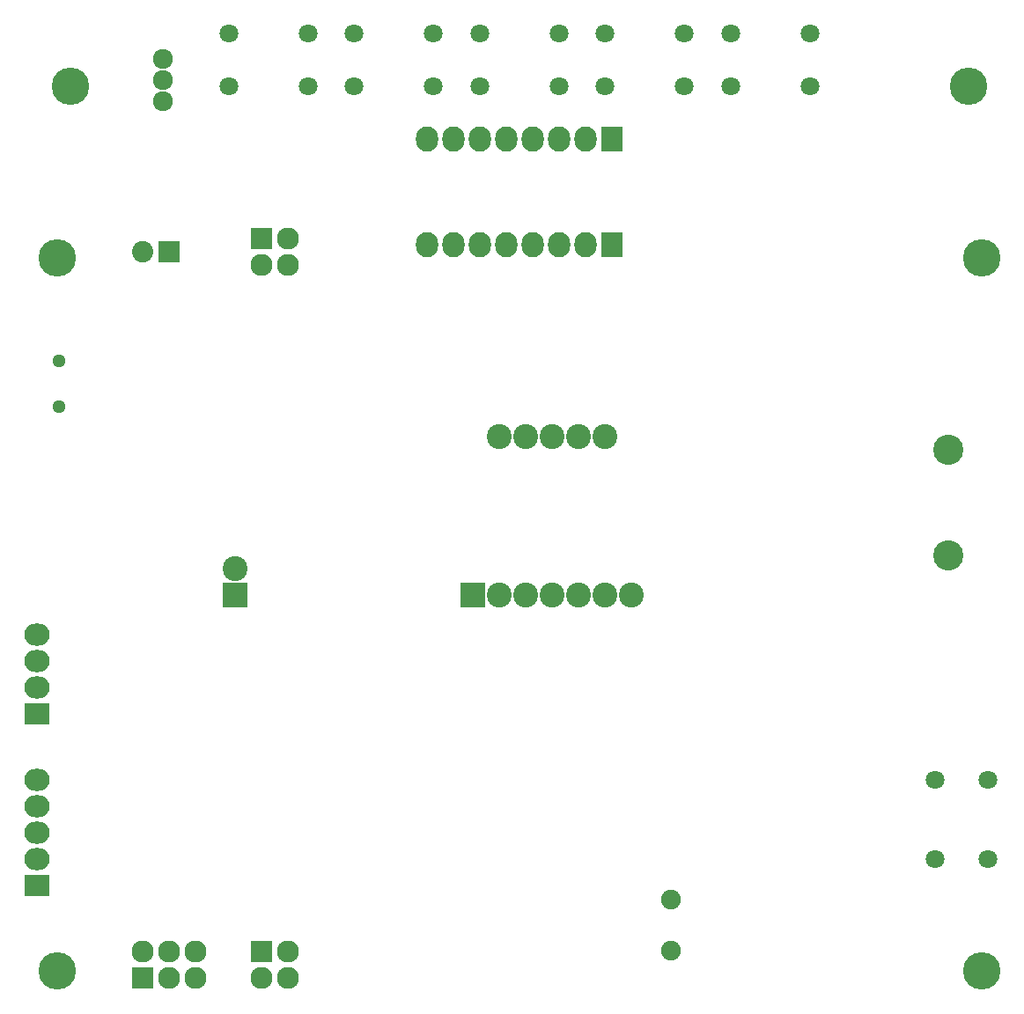
<source format=gbs>
%TF.GenerationSoftware,KiCad,Pcbnew,4.0.2+e4-6225~38~ubuntu14.04.1-stable*%
%TF.CreationDate,2016-06-25T18:59:24+02:00*%
%TF.ProjectId,hclock,68636C6F636B2E6B696361645F706362,0.1*%
%TF.FileFunction,Soldermask,Bot*%
%FSLAX46Y46*%
G04 Gerber Fmt 4.6, Leading zero omitted, Abs format (unit mm)*
G04 Created by KiCad (PCBNEW 4.0.2+e4-6225~38~ubuntu14.04.1-stable) date sam. 25 juin 2016 18:59:24 CEST*
%MOMM*%
G01*
G04 APERTURE LIST*
%ADD10C,0.100000*%
%ADD11R,2.051000X2.051000*%
%ADD12C,2.051000*%
%ADD13R,2.400000X2.400000*%
%ADD14C,2.400000*%
%ADD15C,1.299160*%
%ADD16R,2.127200X2.127200*%
%ADD17O,2.127200X2.127200*%
%ADD18R,2.432000X2.127200*%
%ADD19O,2.432000X2.127200*%
%ADD20C,1.797000*%
%ADD21C,1.924000*%
%ADD22C,2.899360*%
%ADD23C,1.901140*%
%ADD24R,2.127200X2.432000*%
%ADD25O,2.127200X2.432000*%
%ADD26C,3.600000*%
G04 APERTURE END LIST*
D10*
D11*
X107950000Y-60960000D03*
D12*
X105410000Y-60960000D03*
D13*
X114300000Y-93980000D03*
D14*
X114300000Y-91440000D03*
D15*
X97370900Y-71460360D03*
X97370900Y-75859640D03*
D16*
X105410000Y-130810000D03*
D17*
X105410000Y-128270000D03*
X107950000Y-130810000D03*
X107950000Y-128270000D03*
X110490000Y-130810000D03*
X110490000Y-128270000D03*
D16*
X116840000Y-128270000D03*
D17*
X119380000Y-128270000D03*
X116840000Y-130810000D03*
X119380000Y-130810000D03*
D18*
X95250000Y-121920000D03*
D19*
X95250000Y-119380000D03*
X95250000Y-116840000D03*
X95250000Y-114300000D03*
X95250000Y-111760000D03*
D16*
X116840000Y-59690000D03*
D17*
X119380000Y-59690000D03*
X116840000Y-62230000D03*
X119380000Y-62230000D03*
D18*
X95250000Y-105410000D03*
D19*
X95250000Y-102870000D03*
X95250000Y-100330000D03*
X95250000Y-97790000D03*
D20*
X161925000Y-45085000D03*
X161925000Y-40005000D03*
X169545000Y-45085000D03*
X169545000Y-40005000D03*
X149860000Y-45085000D03*
X149860000Y-40005000D03*
X157480000Y-45085000D03*
X157480000Y-40005000D03*
X137795000Y-45085000D03*
X137795000Y-40005000D03*
X145415000Y-45085000D03*
X145415000Y-40005000D03*
X125730000Y-45085000D03*
X125730000Y-40005000D03*
X133350000Y-45085000D03*
X133350000Y-40005000D03*
X113665000Y-45085000D03*
X113665000Y-40005000D03*
X121285000Y-45085000D03*
X121285000Y-40005000D03*
D21*
X107315000Y-46456600D03*
X107315000Y-44450000D03*
X107315000Y-42443400D03*
D20*
X186690000Y-119380000D03*
X181610000Y-119380000D03*
X186690000Y-111760000D03*
X181610000Y-111760000D03*
D22*
X182880000Y-90170000D03*
X182880000Y-80010000D03*
D23*
X156210000Y-128170940D03*
X156210000Y-123289060D03*
D13*
X137160000Y-93980000D03*
D14*
X139700000Y-93980000D03*
X142240000Y-93980000D03*
X144780000Y-93980000D03*
X147320000Y-93980000D03*
X149860000Y-93980000D03*
X152400000Y-93980000D03*
X149860000Y-78740000D03*
X147320000Y-78740000D03*
X144780000Y-78740000D03*
X142240000Y-78740000D03*
X139700000Y-78740000D03*
D24*
X150495000Y-60325000D03*
D25*
X147955000Y-60325000D03*
X145415000Y-60325000D03*
X142875000Y-60325000D03*
X140335000Y-60325000D03*
X137795000Y-60325000D03*
X135255000Y-60325000D03*
X132715000Y-60325000D03*
D24*
X150495000Y-50165000D03*
D25*
X147955000Y-50165000D03*
X145415000Y-50165000D03*
X142875000Y-50165000D03*
X140335000Y-50165000D03*
X137795000Y-50165000D03*
X135255000Y-50165000D03*
X132715000Y-50165000D03*
D26*
X186055000Y-61595000D03*
X184785000Y-45085000D03*
X98425000Y-45085000D03*
X97155000Y-61595000D03*
X186055000Y-130175000D03*
X97155000Y-130175000D03*
M02*

</source>
